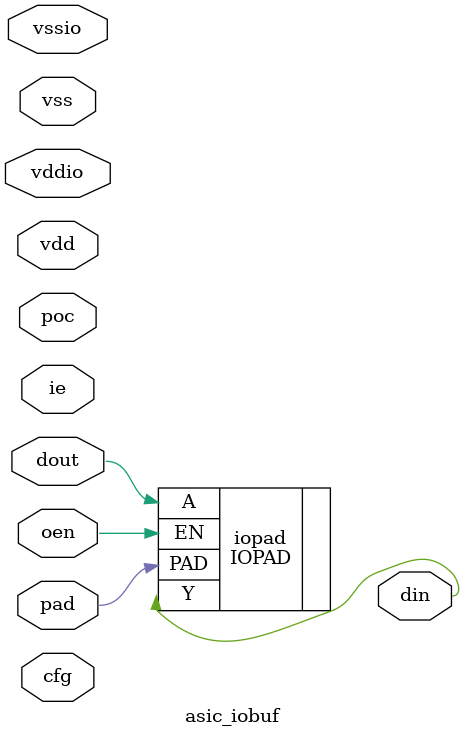
<source format=v>
module asic_iobuf #(
    parameter DIR = "NO",
    parameter TYPE = "SOFT"
) (
    output din,
    input dout,
    input ie,
    input oen,
    input [7:0] cfg,

    inout poc,
    inout vdd,
    inout vss,
    inout vddio,
    inout vssio,

    inout pad
);

IOPAD iopad (
    .A(dout),
    .Y(din),
    .EN(oen),

    .PAD(pad)
);

endmodule

</source>
